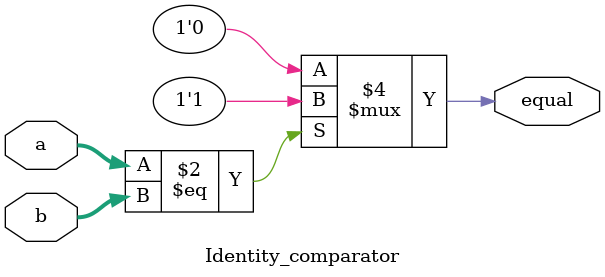
<source format=v>
`timescale 1ns / 1ps


module Identity_comparator #(parameter n =16)(output reg equal,input [n-1:0]a,b);
always @(*)
begin
if(a==b)
equal = 1'b1;
else
equal = 1'b0;
end
endmodule

</source>
